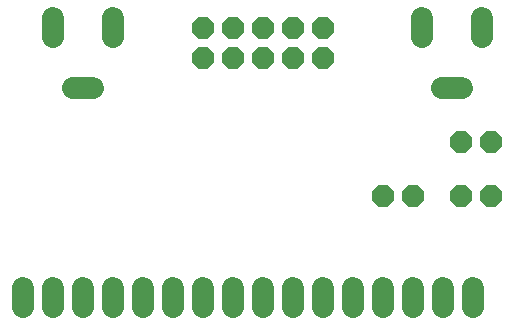
<source format=gbs>
G75*
G70*
%OFA0B0*%
%FSLAX24Y24*%
%IPPOS*%
%LPD*%
%AMOC8*
5,1,8,0,0,1.08239X$1,22.5*
%
%ADD10C,0.0720*%
%ADD11OC8,0.0720*%
D10*
X001682Y002218D02*
X001682Y002858D01*
X002682Y002858D02*
X002682Y002218D01*
X003682Y002218D02*
X003682Y002858D01*
X004682Y002858D02*
X004682Y002218D01*
X005682Y002218D02*
X005682Y002858D01*
X006682Y002858D02*
X006682Y002218D01*
X007682Y002218D02*
X007682Y002858D01*
X008682Y002858D02*
X008682Y002218D01*
X009682Y002218D02*
X009682Y002858D01*
X010682Y002858D02*
X010682Y002218D01*
X011682Y002218D02*
X011682Y002858D01*
X012682Y002858D02*
X012682Y002218D01*
X013682Y002218D02*
X013682Y002858D01*
X014682Y002858D02*
X014682Y002218D01*
X015682Y002218D02*
X015682Y002858D01*
X016682Y002858D02*
X016682Y002218D01*
X016302Y009538D02*
X015662Y009538D01*
X014982Y011218D02*
X014982Y011858D01*
X016982Y011858D02*
X016982Y011218D01*
X004682Y011218D02*
X004682Y011858D01*
X002682Y011858D02*
X002682Y011218D01*
X003362Y009538D02*
X004002Y009538D01*
D11*
X007682Y010538D03*
X008682Y010538D03*
X009682Y010538D03*
X010682Y010538D03*
X011682Y010538D03*
X011682Y011538D03*
X010682Y011538D03*
X009682Y011538D03*
X008682Y011538D03*
X007682Y011538D03*
X013682Y005938D03*
X014682Y005938D03*
X016282Y005938D03*
X017282Y005938D03*
X017282Y007738D03*
X016282Y007738D03*
M02*

</source>
